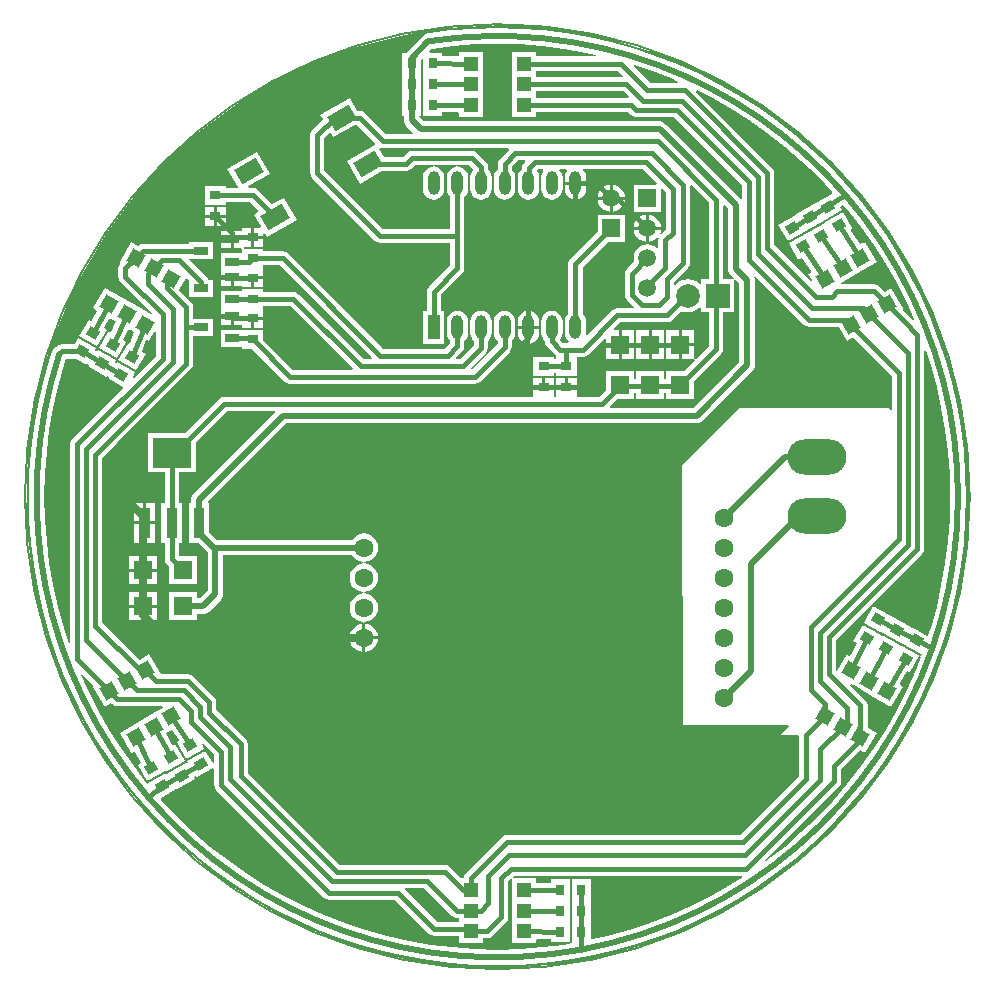
<source format=gtl>
%FSLAX25Y25*%
%MOIN*%
G70*
G01*
G75*
G04 Layer_Physical_Order=1*
G04 Layer_Color=255*
%ADD10C,0.00787*%
%ADD11C,0.02000*%
%ADD12R,0.03740X0.03150*%
%ADD13R,0.04724X0.02559*%
G04:AMPARAMS|DCode=14|XSize=31.5mil|YSize=37.4mil|CornerRadius=0mil|HoleSize=0mil|Usage=FLASHONLY|Rotation=300.000|XOffset=0mil|YOffset=0mil|HoleType=Round|Shape=Rectangle|*
%AMROTATEDRECTD14*
4,1,4,-0.02407,0.00429,0.00832,0.02299,0.02407,-0.00429,-0.00832,-0.02299,-0.02407,0.00429,0.0*
%
%ADD14ROTATEDRECTD14*%

G04:AMPARAMS|DCode=15|XSize=31.5mil|YSize=37.4mil|CornerRadius=0mil|HoleSize=0mil|Usage=FLASHONLY|Rotation=240.000|XOffset=0mil|YOffset=0mil|HoleType=Round|Shape=Rectangle|*
%AMROTATEDRECTD15*
4,1,4,-0.00832,0.02299,0.02407,0.00429,0.00832,-0.02299,-0.02407,-0.00429,-0.00832,0.02299,0.0*
%
%ADD15ROTATEDRECTD15*%

%ADD16P,0.06681X4X75.0*%
%ADD17P,0.06681X4X375.0*%
%ADD18O,0.03937X0.07874*%
%ADD19R,0.03937X0.07874*%
%ADD20R,0.06299X0.06299*%
%ADD21R,0.12992X0.10039*%
%ADD22R,0.03740X0.10039*%
G04:AMPARAMS|DCode=23|XSize=55.12mil|YSize=82.68mil|CornerRadius=0mil|HoleSize=0mil|Usage=FLASHONLY|Rotation=120.000|XOffset=0mil|YOffset=0mil|HoleType=Round|Shape=Rectangle|*
%AMROTATEDRECTD23*
4,1,4,0.04958,-0.00320,-0.02202,-0.04454,-0.04958,0.00320,0.02202,0.04454,0.04958,-0.00320,0.0*
%
%ADD23ROTATEDRECTD23*%

%ADD24R,0.06299X0.06299*%
%ADD25R,0.03150X0.03740*%
%ADD26R,0.04724X0.04724*%
%ADD27C,0.02500*%
%ADD28C,0.01500*%
%ADD29R,0.05906X0.05906*%
%ADD30C,0.05906*%
%ADD31O,0.19685X0.11811*%
%ADD32C,0.07874*%
%ADD33R,0.07874X0.07874*%
%ADD34C,0.06299*%
G36*
X33000Y850000D02*
X60500Y841500D01*
X81500Y831000D01*
X103500Y815000D01*
X118000Y800500D01*
X128500Y787000D01*
X133500Y779500D01*
X138500Y771000D01*
X146500Y754000D01*
X152000Y736500D01*
X156000Y719500D01*
X157500Y702500D01*
X156500Y681500D01*
X154000Y662500D01*
X148500Y644000D01*
X141500Y627000D01*
X133000Y611500D01*
X122500Y597000D01*
X112500Y585500D01*
X101000Y575000D01*
X82000Y561500D01*
X70000Y555000D01*
X57000Y549000D01*
X28500Y541000D01*
X500Y538500D01*
X-22000Y540000D01*
X-46500Y545500D01*
X-69500Y554500D01*
X-92500Y568500D01*
X-113500Y586500D01*
X-131000Y608500D01*
X-141000Y626500D01*
X-148000Y642000D01*
X-154500Y666000D01*
X-157000Y688000D01*
X-156500Y712000D01*
X-154000Y728500D01*
X-149000Y746000D01*
X-141500Y765000D01*
X-130500Y783500D01*
X-118500Y799500D01*
X-104500Y814000D01*
X-80500Y831500D01*
X-66500Y838500D01*
X-52500Y844500D01*
X-22500Y852000D01*
X8000Y853500D01*
X33000Y850000D01*
D02*
G37*
%LPC*%
G36*
X40500Y746193D02*
X36276D01*
Y741968D01*
X40500D01*
Y746193D01*
D02*
G37*
G36*
X-82000Y785693D02*
X-84945D01*
Y784594D01*
X-87776D01*
Y781739D01*
Y778886D01*
X-85298D01*
X-84945Y778532D01*
Y777114D01*
X-92213D01*
Y771406D01*
Y769740D01*
X-88275D01*
Y769241D01*
X-87776D01*
Y766386D01*
X-84945D01*
Y765894D01*
X-82000D01*
Y769044D01*
X-81501D01*
Y769543D01*
X-78055D01*
Y772193D01*
D01*
Y772193D01*
X-78055Y772193D01*
Y772307D01*
X-78055D01*
Y773086D01*
X-72439D01*
X-41684Y742332D01*
X-41876Y741870D01*
X-44518D01*
X-66281Y763633D01*
X-67050Y764147D01*
X-67957Y764327D01*
X-78055D01*
Y765106D01*
X-84945D01*
Y764614D01*
X-92213D01*
Y758906D01*
Y756740D01*
X-88275D01*
Y756241D01*
X-87776D01*
Y753386D01*
X-84945D01*
Y752394D01*
X-82000D01*
Y755544D01*
X-81501D01*
Y756043D01*
X-78055D01*
Y758693D01*
D01*
Y758693D01*
X-78055Y758693D01*
Y758807D01*
X-78055D01*
Y759586D01*
X-68938D01*
X-48184Y738832D01*
X-48376Y738370D01*
X-68062D01*
X-78055Y748364D01*
Y751606D01*
X-84339D01*
Y751614D01*
X-92213D01*
Y745905D01*
X-84945D01*
Y745307D01*
X-81703D01*
X-70719Y734324D01*
X-69950Y733810D01*
X-69043Y733630D01*
X-7559D01*
X-6652Y733810D01*
X-5883Y734324D01*
X4117Y744324D01*
X4631Y745093D01*
X4811Y746000D01*
X4811Y746000D01*
X4811Y746000D01*
Y746000D01*
Y747884D01*
X4968Y748004D01*
X5536Y748745D01*
X5893Y749607D01*
X6015Y750531D01*
Y754468D01*
X5893Y755394D01*
X5536Y756255D01*
X4968Y756996D01*
X4228Y757564D01*
X3366Y757921D01*
X2441Y758042D01*
X1516Y757921D01*
X654Y757564D01*
X-86Y756996D01*
X-654Y756255D01*
X-1011Y755394D01*
X-1133Y754468D01*
Y750531D01*
X-1011Y749607D01*
X-654Y748745D01*
X-86Y748004D01*
X71Y747884D01*
Y746982D01*
X-8282Y738630D01*
X-8772Y738727D01*
X-8816Y738832D01*
X-3824Y743824D01*
X-3310Y744593D01*
X-3130Y745500D01*
X-3130Y745500D01*
X-3130Y745500D01*
Y745500D01*
Y747833D01*
X-2906Y748004D01*
X-2338Y748744D01*
X-1981Y749607D01*
X-1859Y750531D01*
Y754468D01*
X-1981Y755394D01*
X-2338Y756255D01*
X-2906Y756996D01*
X-3646Y757564D01*
X-4508Y757921D01*
X-5433Y758042D01*
X-6358Y757921D01*
X-7220Y757564D01*
X-7960Y756996D01*
X-8528Y756255D01*
X-8885Y755394D01*
X-9007Y754468D01*
Y750531D01*
X-8885Y749607D01*
X-8528Y748744D01*
X-7960Y748004D01*
X-7870Y747935D01*
Y746482D01*
X-12482Y741870D01*
X-13624D01*
X-13815Y742332D01*
X-11631Y744517D01*
X-11117Y745286D01*
X-10937Y746193D01*
X-10937Y746193D01*
X-10937Y746193D01*
Y746193D01*
Y747884D01*
X-10780Y748004D01*
X-10212Y748744D01*
X-9855Y749607D01*
X-9733Y750531D01*
Y754468D01*
X-9855Y755394D01*
X-10212Y756255D01*
X-10780Y756996D01*
X-11520Y757564D01*
X-12382Y757921D01*
X-13307Y758042D01*
X-14232Y757921D01*
X-15094Y757564D01*
X-15834Y756996D01*
X-16402Y756255D01*
X-16759Y755394D01*
X-16881Y754468D01*
Y750531D01*
X-16759Y749607D01*
X-16402Y748744D01*
X-15834Y748004D01*
X-15677Y747884D01*
Y747175D01*
X-17482Y745370D01*
X-38018D01*
X-69781Y777133D01*
X-70550Y777647D01*
X-71457Y777827D01*
X-78055D01*
Y778606D01*
X-84059D01*
X-84339Y778886D01*
X-84339Y778960D01*
X-84339Y778960D01*
X-84339D01*
Y779394D01*
X-82000D01*
Y782542D01*
Y785693D01*
D02*
G37*
G36*
X50500Y746193D02*
X46276D01*
Y741968D01*
X50500D01*
Y746193D01*
D02*
G37*
G36*
X45724D02*
X41500D01*
Y741968D01*
X45724D01*
Y746193D01*
D02*
G37*
G36*
X18945Y735606D02*
X16000D01*
Y732957D01*
X18945D01*
Y735606D01*
D02*
G37*
G36*
X15000D02*
X12055D01*
Y732957D01*
X15000D01*
Y735606D01*
D02*
G37*
G36*
X26445Y735606D02*
X23500D01*
Y732957D01*
X26445D01*
Y735606D01*
D02*
G37*
G36*
X22500D02*
X19555D01*
Y732957D01*
X22500D01*
Y735606D01*
D02*
G37*
G36*
X50500Y751417D02*
X46276D01*
Y747193D01*
X50500D01*
Y751417D01*
D02*
G37*
G36*
X45724D02*
X41500D01*
Y747193D01*
X45724D01*
Y751417D01*
D02*
G37*
G36*
X60500D02*
X56276D01*
Y747193D01*
X60500D01*
Y751417D01*
D02*
G37*
G36*
X55724D02*
X51500D01*
Y747193D01*
X55724D01*
Y751417D01*
D02*
G37*
G36*
X60500Y746193D02*
X56276D01*
Y741968D01*
X60500D01*
Y746193D01*
D02*
G37*
G36*
X55724D02*
X51500D01*
Y741968D01*
X55724D01*
Y746193D01*
D02*
G37*
G36*
X13889Y752000D02*
X10815D01*
Y747023D01*
X11240Y747079D01*
X12102Y747436D01*
X12842Y748004D01*
X13410Y748745D01*
X13767Y749607D01*
X13889Y750531D01*
Y752000D01*
D02*
G37*
G36*
X9815D02*
X6741D01*
Y750531D01*
X6863Y749607D01*
X7220Y748745D01*
X7788Y748004D01*
X8528Y747436D01*
X9390Y747079D01*
X9815Y747023D01*
Y752000D01*
D02*
G37*
G36*
X-113469Y659000D02*
X-117693D01*
Y654776D01*
X-113469D01*
Y659000D01*
D02*
G37*
G36*
X-118693D02*
X-122917D01*
Y654776D01*
X-118693D01*
Y659000D01*
D02*
G37*
G36*
X-113469Y664224D02*
X-117693D01*
Y660000D01*
X-113469D01*
Y664224D01*
D02*
G37*
G36*
X-118693D02*
X-122917D01*
Y660000D01*
X-118693D01*
Y664224D01*
D02*
G37*
G36*
X-39801Y648500D02*
X-44000D01*
Y644301D01*
X-43267Y644397D01*
X-42117Y644873D01*
X-41131Y645631D01*
X-40373Y646617D01*
X-39897Y647767D01*
X-39801Y648500D01*
D02*
G37*
G36*
X-45000D02*
X-49199D01*
X-49103Y647767D01*
X-48627Y646617D01*
X-47870Y645631D01*
X-46883Y644873D01*
X-45733Y644397D01*
X-45000Y644301D01*
Y648500D01*
D02*
G37*
G36*
X-44000Y653699D02*
Y649500D01*
X-39801D01*
X-39897Y650233D01*
X-40373Y651383D01*
X-41131Y652369D01*
X-42117Y653127D01*
X-43267Y653603D01*
X-44000Y653699D01*
D02*
G37*
G36*
X-45000D02*
X-45733Y653603D01*
X-46883Y653127D01*
X-47870Y652369D01*
X-48627Y651383D01*
X-49103Y650233D01*
X-49199Y649500D01*
X-45000D01*
Y653699D01*
D02*
G37*
G36*
X-114110Y686787D02*
X-117055D01*
Y680693D01*
X-114110D01*
Y686787D01*
D02*
G37*
G36*
X-118055D02*
X-121000D01*
Y680693D01*
X-118055D01*
Y686787D01*
D02*
G37*
G36*
X-114110Y693882D02*
X-117055D01*
Y687787D01*
X-114110D01*
Y693882D01*
D02*
G37*
G36*
X-118055D02*
X-121000D01*
Y687787D01*
X-118055D01*
Y693882D01*
D02*
G37*
G36*
X-113469Y671000D02*
X-117693D01*
Y666776D01*
X-113469D01*
Y671000D01*
D02*
G37*
G36*
X-118693D02*
X-122917D01*
Y666776D01*
X-118693D01*
Y671000D01*
D02*
G37*
G36*
X-113469Y676224D02*
X-117693D01*
Y672000D01*
X-113469D01*
Y676224D01*
D02*
G37*
G36*
X-118693D02*
X-122917D01*
Y672000D01*
X-118693D01*
Y676224D01*
D02*
G37*
G36*
X-90555Y792606D02*
X-93500D01*
Y789957D01*
X-90555D01*
Y792606D01*
D02*
G37*
G36*
X37500Y795000D02*
X33499D01*
X33589Y794318D01*
X34045Y793217D01*
X34771Y792271D01*
X35717Y791545D01*
X36818Y791089D01*
X37500Y790999D01*
Y795000D01*
D02*
G37*
G36*
X42501D02*
X38500D01*
Y790999D01*
X39182Y791089D01*
X40283Y791545D01*
X41229Y792271D01*
X41955Y793217D01*
X42411Y794318D01*
X42501Y795000D01*
D02*
G37*
G36*
X-94500Y792606D02*
X-97445D01*
Y789957D01*
X-94500D01*
Y792606D01*
D02*
G37*
G36*
X50500Y790001D02*
Y786000D01*
X54501D01*
X54411Y786682D01*
X53955Y787783D01*
X53229Y788729D01*
X52283Y789455D01*
X51182Y789911D01*
X50500Y790001D01*
D02*
G37*
G36*
X-94500Y788957D02*
X-97445D01*
Y786307D01*
X-94500D01*
Y788957D01*
D02*
G37*
G36*
X-90555D02*
X-93500D01*
Y786307D01*
X-90555D01*
Y788957D01*
D02*
G37*
G36*
X38500Y800001D02*
Y796000D01*
X42501D01*
X42411Y796682D01*
X41955Y797783D01*
X41229Y798729D01*
X40283Y799455D01*
X39182Y799911D01*
X38500Y800001D01*
D02*
G37*
G36*
X-80107Y811034D02*
X-89994Y805326D01*
X-86542Y799347D01*
X-86792Y798914D01*
X-90555D01*
Y799693D01*
X-97445D01*
Y793394D01*
X-90555D01*
Y794173D01*
X-82465D01*
X-79613Y791320D01*
X-79678Y790825D01*
X-81136Y789983D01*
X-78909Y786126D01*
X-79159Y785693D01*
X-81000D01*
Y783043D01*
X-78055D01*
Y783680D01*
X-77572Y783810D01*
X-76805Y782482D01*
X-66918Y788190D01*
X-71248Y795691D01*
X-75072Y793484D01*
X-79808Y798219D01*
X-80576Y798733D01*
X-81484Y798914D01*
X-82812D01*
X-82941Y799397D01*
X-75776Y803533D01*
X-80107Y811034D01*
D02*
G37*
G36*
X0Y852165D02*
X-7663Y851977D01*
X-15307Y851413D01*
X-22914Y850475D01*
X-23335Y850402D01*
X-23335Y850402D01*
Y850402D01*
X-23366Y850361D01*
X-23616Y850328D01*
X-24243Y850068D01*
X-24781Y849656D01*
X-30380Y844057D01*
X-30465Y843945D01*
X-31693D01*
Y837055D01*
X-31693Y837055D01*
X-31693Y836945D01*
X-31693D01*
Y830055D01*
X-31693Y830055D01*
X-31693Y829945D01*
X-31693D01*
Y823055D01*
X-31140D01*
Y821543D01*
X-31140Y821543D01*
X-31140D01*
X-31052Y820871D01*
X-30792Y820245D01*
X-30380Y819707D01*
X-28005Y817332D01*
X-28196Y816870D01*
X-37018D01*
X-44167Y824019D01*
X-44936Y824533D01*
X-45843Y824713D01*
X-46635D01*
X-49080Y828948D01*
X-58968Y823239D01*
X-58106Y821747D01*
X-61676Y818176D01*
X-62190Y817407D01*
X-62370Y816500D01*
Y804000D01*
X-62370Y804000D01*
X-62370D01*
X-62190Y803093D01*
X-61676Y802324D01*
X-40676Y781324D01*
X-40676Y781324D01*
X-40676D01*
X-40676Y781324D01*
X-40676D01*
X-40676Y781324D01*
Y781324D01*
Y781324D01*
D01*
D01*
X-40676D01*
Y781324D01*
X-39907Y780810D01*
X-39000Y780630D01*
X-15677D01*
Y773175D01*
X-22857Y765995D01*
X-23371Y765226D01*
X-23551Y764319D01*
Y758012D01*
X-24724D01*
Y746988D01*
X-17638D01*
Y758012D01*
X-18811D01*
Y763337D01*
X-11631Y770517D01*
X-11117Y771286D01*
X-10937Y772193D01*
X-10937Y772193D01*
X-10937Y772193D01*
Y772193D01*
Y783000D01*
Y795916D01*
X-10780Y796036D01*
X-10212Y796776D01*
X-9855Y797638D01*
X-9733Y798563D01*
Y802500D01*
X-9855Y803425D01*
X-10212Y804287D01*
X-10780Y805027D01*
X-11520Y805595D01*
X-12382Y805952D01*
X-13307Y806074D01*
X-14232Y805952D01*
X-15094Y805595D01*
X-15834Y805027D01*
X-16402Y804287D01*
X-16759Y803425D01*
X-16881Y802500D01*
Y798563D01*
X-16759Y797638D01*
X-16402Y796776D01*
X-15834Y796036D01*
X-15677Y795916D01*
Y785370D01*
X-38018D01*
X-57630Y804982D01*
Y815518D01*
X-55942Y817206D01*
X-55446Y817140D01*
X-54637Y815738D01*
X-47302Y819973D01*
X-46825D01*
X-40661Y813809D01*
X-40727Y813313D01*
X-50109Y807896D01*
X-45779Y800395D01*
X-38444Y804630D01*
X-30500D01*
X-29593Y804810D01*
X-28824Y805324D01*
X-27518Y806630D01*
X-9482D01*
X-7955Y805103D01*
X-7960Y805027D01*
X-8528Y804287D01*
X-8885Y803425D01*
X-9007Y802500D01*
Y798563D01*
X-8885Y797638D01*
X-8528Y796776D01*
X-7960Y796036D01*
X-7220Y795468D01*
X-6358Y795111D01*
X-5433Y794989D01*
X-4508Y795111D01*
X-3646Y795468D01*
X-2906Y796036D01*
X-2338Y796776D01*
X-1981Y797638D01*
X-1859Y798563D01*
Y802500D01*
X-1981Y803425D01*
X-2338Y804287D01*
X-2906Y805027D01*
X-3063Y805147D01*
Y805933D01*
X-3243Y806840D01*
X-3757Y807609D01*
X-6824Y810676D01*
X-7593Y811190D01*
X-8500Y811370D01*
X-28500D01*
X-29407Y811190D01*
X-30176Y810676D01*
X-31482Y809370D01*
X-37777D01*
X-39280Y811973D01*
X-38915Y812315D01*
X-38907Y812310D01*
X-38000Y812130D01*
X3624D01*
X3816Y811668D01*
X765Y808617D01*
X251Y807848D01*
X71Y806941D01*
Y805147D01*
X-86Y805027D01*
X-654Y804287D01*
X-1011Y803425D01*
X-1133Y802500D01*
Y798563D01*
X-1011Y797638D01*
X-654Y796776D01*
X-86Y796036D01*
X654Y795468D01*
X1516Y795111D01*
X2441Y794989D01*
X3366Y795111D01*
X4228Y795468D01*
X4968Y796036D01*
X5536Y796776D01*
X5893Y797638D01*
X6015Y798563D01*
Y802500D01*
X5893Y803425D01*
X5536Y804287D01*
X4968Y805027D01*
X4811Y805147D01*
Y805959D01*
X6982Y808130D01*
X9124D01*
X9315Y807668D01*
X8824Y807176D01*
X8310Y806407D01*
X8130Y805500D01*
Y805289D01*
X7788Y805027D01*
X7220Y804287D01*
X6863Y803425D01*
X6741Y802500D01*
Y798563D01*
X6863Y797638D01*
X7220Y796776D01*
X7788Y796036D01*
X8528Y795468D01*
X9390Y795111D01*
X10315Y794989D01*
X11240Y795111D01*
X12102Y795468D01*
X12842Y796036D01*
X13410Y796776D01*
X13767Y797638D01*
X13889Y798563D01*
Y802500D01*
X13767Y803425D01*
X13410Y804287D01*
X13075Y804723D01*
X13482Y805130D01*
X15175D01*
X15396Y804681D01*
X15094Y804287D01*
X14737Y803425D01*
X14615Y802500D01*
Y798563D01*
X14737Y797638D01*
X15094Y796776D01*
X15662Y796036D01*
X16402Y795468D01*
X17264Y795111D01*
X18189Y794989D01*
X19114Y795111D01*
X19976Y795468D01*
X20716Y796036D01*
X21284Y796776D01*
X21641Y797638D01*
X21763Y798563D01*
Y802500D01*
X21641Y803425D01*
X21284Y804287D01*
X20716Y805027D01*
X20751Y805130D01*
X23049D01*
X23270Y804681D01*
X22968Y804287D01*
X22611Y803425D01*
X22489Y802500D01*
Y801031D01*
X29637D01*
Y802500D01*
X29515Y803425D01*
X29158Y804287D01*
X28590Y805027D01*
X28625Y805130D01*
X48518D01*
X53158Y800490D01*
X52967Y800027D01*
X45472D01*
Y790973D01*
X54527D01*
Y798467D01*
X54989Y798658D01*
X56130Y797518D01*
Y784982D01*
X54571Y783423D01*
X54155Y783701D01*
X54411Y784318D01*
X54501Y785000D01*
X50500D01*
Y780999D01*
X51182Y781089D01*
X52283Y781545D01*
X53229Y782271D01*
X53307Y782372D01*
X53762Y782166D01*
X53630Y781500D01*
Y778987D01*
X53181Y778766D01*
X52283Y779455D01*
X51182Y779911D01*
X50000Y780067D01*
X48818Y779911D01*
X47717Y779455D01*
X46771Y778729D01*
X46045Y777783D01*
X45589Y776682D01*
X45433Y775500D01*
X45575Y774427D01*
X43121Y771973D01*
X42607Y771204D01*
X42427Y770297D01*
Y763345D01*
X42427Y763345D01*
X42427D01*
X42607Y762438D01*
X43121Y761669D01*
X45458Y759332D01*
X45266Y758870D01*
X40000D01*
X39093Y758690D01*
X38324Y758176D01*
X30029Y749881D01*
X29580Y750102D01*
X29637Y750531D01*
Y754468D01*
X29515Y755394D01*
X29158Y756255D01*
X28590Y756996D01*
X28433Y757116D01*
Y772581D01*
X36825Y780972D01*
X42528D01*
Y790028D01*
X33472D01*
Y784325D01*
X24387Y775239D01*
X23873Y774470D01*
X23693Y773563D01*
Y757116D01*
X23536Y756996D01*
X22968Y756255D01*
X22611Y755394D01*
X22489Y754468D01*
Y750531D01*
X22611Y749607D01*
X22968Y748744D01*
X23536Y748004D01*
X23745Y747844D01*
X23584Y747370D01*
X21982D01*
X20990Y748362D01*
X21284Y748744D01*
X21641Y749607D01*
X21763Y750531D01*
Y754468D01*
X21641Y755394D01*
X21284Y756255D01*
X20716Y756996D01*
X19976Y757564D01*
X19114Y757921D01*
X18189Y758042D01*
X17264Y757921D01*
X16402Y757564D01*
X15662Y756996D01*
X15094Y756255D01*
X14737Y755394D01*
X14615Y754468D01*
Y750531D01*
X14737Y749607D01*
X15094Y748744D01*
X15662Y748004D01*
X15819Y747884D01*
X15819Y747884D01*
X15819Y747811D01*
X15819Y747811D01*
X15819D01*
X15999Y746904D01*
X16513Y746135D01*
X19324Y743324D01*
X19555Y743169D01*
X19555Y742693D01*
X19555D01*
Y741914D01*
X18945D01*
Y742693D01*
X12055D01*
Y736394D01*
X18945D01*
Y737173D01*
X19555D01*
Y736394D01*
X26445D01*
Y742630D01*
X28500D01*
X29407Y742810D01*
X30176Y743324D01*
X35814Y748961D01*
X36276Y748770D01*
Y747193D01*
X40500D01*
Y751417D01*
X38923D01*
X38731Y751879D01*
X40982Y754130D01*
X56500D01*
X57407Y754310D01*
X58176Y754824D01*
X61298Y757946D01*
X62061Y757630D01*
X63500Y757441D01*
X64939Y757630D01*
X66280Y758185D01*
X67431Y759069D01*
X67515Y759178D01*
X67988Y759017D01*
Y757488D01*
X70630D01*
Y746289D01*
X66186Y741846D01*
X66031Y741910D01*
X65724Y742037D01*
X65724D01*
D01*
D01*
Y746193D01*
X61500D01*
Y741968D01*
X65635D01*
X65658Y741964D01*
X65791Y741642D01*
X65847Y741507D01*
X62372Y738031D01*
X56276D01*
Y735370D01*
X55724D01*
Y738031D01*
X46276D01*
Y735370D01*
X45724D01*
Y738031D01*
X36276D01*
Y731628D01*
X34018Y729370D01*
X26445D01*
Y731957D01*
X19555D01*
Y729370D01*
X18945D01*
Y731957D01*
X12055D01*
Y729370D01*
X-91000D01*
X-91907Y729190D01*
X-92676Y728676D01*
X-104045Y717307D01*
X-116571D01*
Y704118D01*
X-110870D01*
Y693882D01*
X-111945D01*
Y680693D01*
X-110870D01*
Y675193D01*
X-110870Y675193D01*
X-110870D01*
X-110690Y674286D01*
X-110176Y673517D01*
X-109531Y672872D01*
Y666776D01*
X-100083D01*
Y676224D01*
X-106130D01*
Y680693D01*
X-105055D01*
Y693882D01*
X-106130D01*
Y704118D01*
X-100429D01*
Y714219D01*
X-90018Y724630D01*
X-74196D01*
X-74005Y724168D01*
X-101281Y696891D01*
X-101694Y696354D01*
X-101953Y695727D01*
X-102042Y695055D01*
Y693882D01*
X-102890D01*
Y680693D01*
X-99866D01*
X-96597Y677424D01*
Y664576D01*
X-99076Y662097D01*
X-100083D01*
Y664224D01*
X-109531D01*
Y654776D01*
X-100083D01*
Y656903D01*
X-98000D01*
X-97328Y656991D01*
X-96702Y657251D01*
X-96164Y657664D01*
X-92164Y661664D01*
X-91751Y662201D01*
X-91492Y662828D01*
X-91403Y663500D01*
Y676403D01*
X-48462D01*
X-47870Y675631D01*
X-46883Y674873D01*
X-45733Y674397D01*
X-44615Y674250D01*
Y673750D01*
X-45733Y673603D01*
X-46883Y673127D01*
X-47870Y672369D01*
X-48627Y671383D01*
X-49103Y670233D01*
X-49265Y669000D01*
X-49103Y667767D01*
X-48627Y666617D01*
X-47870Y665630D01*
X-46883Y664873D01*
X-45733Y664397D01*
X-44615Y664250D01*
Y663750D01*
X-45733Y663603D01*
X-46883Y663127D01*
X-47870Y662369D01*
X-48627Y661383D01*
X-49103Y660233D01*
X-49265Y659000D01*
X-49103Y657767D01*
X-48627Y656617D01*
X-47870Y655630D01*
X-46883Y654873D01*
X-45733Y654397D01*
X-44615Y654250D01*
Y653750D01*
X-44500Y653765D01*
X-44385Y653750D01*
Y654250D01*
X-43267Y654397D01*
X-42117Y654873D01*
X-41131Y655630D01*
X-40373Y656617D01*
X-39897Y657767D01*
X-39735Y659000D01*
X-39897Y660233D01*
X-40373Y661383D01*
X-41131Y662369D01*
X-42117Y663127D01*
X-43267Y663603D01*
X-44385Y663750D01*
Y664250D01*
X-43267Y664397D01*
X-42117Y664873D01*
X-41131Y665630D01*
X-40373Y666617D01*
X-39897Y667767D01*
X-39735Y669000D01*
X-39897Y670233D01*
X-40373Y671383D01*
X-41131Y672369D01*
X-42117Y673127D01*
X-43267Y673603D01*
X-44385Y673750D01*
Y674250D01*
X-43267Y674397D01*
X-42117Y674873D01*
X-41131Y675631D01*
X-40373Y676617D01*
X-39897Y677767D01*
X-39735Y679000D01*
X-39897Y680233D01*
X-40373Y681383D01*
X-41131Y682370D01*
X-42117Y683127D01*
X-43267Y683603D01*
X-44500Y683765D01*
X-45733Y683603D01*
X-46883Y683127D01*
X-47870Y682370D01*
X-48462Y681597D01*
X-93424D01*
X-96000Y684173D01*
Y693882D01*
X-96292D01*
X-96483Y694344D01*
X-70424Y720403D01*
X66500D01*
X67172Y720492D01*
X67799Y720751D01*
X68336Y721164D01*
X85086Y737914D01*
X85499Y738451D01*
X85759Y739078D01*
X85847Y739750D01*
X85847Y739750D01*
X85847Y739750D01*
Y739750D01*
Y768250D01*
X85759Y768922D01*
X85565Y769389D01*
X85981Y769667D01*
X102324Y753324D01*
X103093Y752810D01*
X104000Y752630D01*
X113852D01*
X116521Y748006D01*
X118719Y749275D01*
X131630Y736364D01*
Y725165D01*
X131168Y724973D01*
X130641Y725500D01*
X80500D01*
X61500Y706500D01*
X62000Y620000D01*
X96902D01*
X97111Y619546D01*
X94500Y616500D01*
X100258D01*
X100258Y616500D01*
Y616500D01*
X100630Y616192D01*
Y602982D01*
X81018Y583370D01*
X3142D01*
X2235Y583190D01*
X1466Y582676D01*
X-10534Y570676D01*
X-11048Y569907D01*
X-11229Y569000D01*
Y568827D01*
X-11975D01*
X-15824Y572676D01*
X-16593Y573190D01*
X-17500Y573370D01*
X-52518D01*
X-83130Y603982D01*
Y613500D01*
X-83310Y614407D01*
X-83824Y615176D01*
X-93630Y624982D01*
Y627500D01*
X-93810Y628407D01*
X-94324Y629176D01*
X-101324Y636176D01*
X-102093Y636690D01*
X-103000Y636870D01*
X-112197D01*
X-116021Y643494D01*
X-119268Y641620D01*
X-131630Y653982D01*
Y709018D01*
X-102074Y738574D01*
X-101560Y739343D01*
X-101380Y740250D01*
X-101380Y740250D01*
X-101380Y740250D01*
Y740250D01*
Y749646D01*
X-94787D01*
Y755354D01*
X-101380D01*
Y759250D01*
X-101560Y760157D01*
X-102074Y760926D01*
X-106187Y765039D01*
X-103905Y768992D01*
X-103409Y769057D01*
X-102661Y768309D01*
Y762646D01*
X-94787D01*
Y768354D01*
X-96479D01*
X-96535Y768632D01*
X-97048Y769401D01*
X-102691Y775043D01*
X-102691Y775116D01*
X-102661Y775146D01*
X-102523Y775146D01*
X-102523Y775146D01*
Y775146D01*
X-94787D01*
Y780854D01*
X-102661D01*
Y780370D01*
X-118154D01*
X-119061Y780190D01*
X-119767Y779718D01*
X-121979Y780994D01*
X-125916Y774175D01*
X-125893Y774162D01*
X-125779Y773675D01*
X-126190Y773061D01*
X-126370Y772154D01*
Y769327D01*
X-126370Y769327D01*
X-126370D01*
X-126190Y768420D01*
X-125676Y767651D01*
X-115250Y757225D01*
X-115554Y756828D01*
X-118903Y758762D01*
X-118903Y758762D01*
X-118904D01*
X-124870Y762207D01*
D01*
X-130837Y765651D01*
X-134774Y758832D01*
X-133345Y758008D01*
X-135092Y754828D01*
X-135574Y754694D01*
X-136137Y755019D01*
X-139286Y749563D01*
X-133320Y746118D01*
X-130170Y751574D01*
X-131158Y752144D01*
X-129411Y755324D01*
X-128929Y755458D01*
X-127955Y754895D01*
D01*
X-127164Y754439D01*
X-128793Y750957D01*
X-129270Y750807D01*
X-129637Y751019D01*
X-132787Y745563D01*
X-126820Y742119D01*
X-123670Y747574D01*
X-124829Y748243D01*
X-123200Y751725D01*
X-122723Y751875D01*
X-121988Y751450D01*
X-121988Y751450D01*
X-121988Y751450D01*
D01*
X-120998Y750879D01*
X-122495Y747085D01*
X-122967Y746920D01*
X-123137Y747019D01*
X-126286Y741563D01*
X-120320Y738119D01*
X-117170Y743574D01*
X-118484Y744333D01*
X-116988Y748126D01*
X-116516Y748291D01*
X-116021Y748006D01*
X-114353Y750895D01*
X-113870Y750765D01*
Y742982D01*
X-121132Y735720D01*
X-121529Y736024D01*
X-120713Y737437D01*
X-126680Y740881D01*
X-126842Y740602D01*
X-127219Y740506D01*
X-127520Y740905D01*
X-127214Y741437D01*
X-133180Y744881D01*
X-133342Y744602D01*
X-133719Y744506D01*
X-134020Y744905D01*
X-133713Y745437D01*
X-139680Y748881D01*
X-140881Y746802D01*
X-145182D01*
X-146089Y746621D01*
X-146858Y746107D01*
X-146927Y746038D01*
X-147261Y745900D01*
X-147799Y745487D01*
X-148211Y744949D01*
X-148417Y744452D01*
X-148417Y744452D01*
X-148413Y744444D01*
X-149441Y741332D01*
X-151485Y733945D01*
X-153165Y726466D01*
X-154475Y718914D01*
X-155413Y711307D01*
X-155977Y703663D01*
X-156165Y696000D01*
X-155977Y688337D01*
X-155413Y680693D01*
X-154475Y673086D01*
X-153165Y665534D01*
X-151485Y658055D01*
X-149441Y650668D01*
X-147036Y643390D01*
X-144278Y636238D01*
X-141172Y629231D01*
X-137725Y622384D01*
X-133947Y615715D01*
X-129847Y609239D01*
X-125433Y602973D01*
X-120717Y596930D01*
X-118292Y594118D01*
X-118248Y594062D01*
X-118249Y594062D01*
X-118132Y593909D01*
X-118072Y593864D01*
X-115711Y591126D01*
X-110425Y585575D01*
X-104874Y580289D01*
X-99070Y575283D01*
X-93028Y570567D01*
X-86761Y566153D01*
X-80285Y562053D01*
X-73616Y558275D01*
X-66769Y554828D01*
X-59762Y551722D01*
X-52610Y548964D01*
X-45332Y546559D01*
X-37945Y544515D01*
X-30466Y542836D01*
X-22914Y541525D01*
X-15307Y540587D01*
X-7663Y540023D01*
X0Y539835D01*
X7663Y540023D01*
X15307Y540587D01*
X22914Y541525D01*
X28466Y542488D01*
Y542488D01*
D01*
D01*
Y542488D01*
X28466D01*
X28466D01*
X28466Y542488D01*
Y542488D01*
D01*
X28630Y542517D01*
X28666Y542522D01*
X28673Y542524D01*
X30466Y542836D01*
X37945Y544515D01*
X45332Y546559D01*
X52610Y548964D01*
X59762Y551722D01*
X66769Y554828D01*
X73616Y558275D01*
X80285Y562053D01*
X86761Y566153D01*
X93028Y570567D01*
X99070Y575283D01*
X104874Y580289D01*
X110425Y585575D01*
X115711Y591126D01*
X120717Y596930D01*
X125433Y602973D01*
X129847Y609239D01*
X133947Y615715D01*
X137725Y622384D01*
X141172Y629231D01*
X144278Y636238D01*
X147036Y643390D01*
X147504Y644804D01*
X147504D01*
X147504D01*
X147504D01*
Y644804D01*
D01*
X147504Y644804D01*
D01*
D01*
D01*
X147504Y644804D01*
D01*
D01*
D01*
X147504D01*
X147560Y644974D01*
X147563Y644982D01*
X147564Y644985D01*
X149441Y650668D01*
X151485Y658055D01*
X153165Y665534D01*
X154475Y673086D01*
X155413Y680693D01*
X155977Y688337D01*
X156165Y696000D01*
X155977Y703663D01*
X155413Y711307D01*
X154475Y718914D01*
X153165Y726466D01*
X151485Y733945D01*
X149441Y741332D01*
X147036Y748610D01*
X144278Y755762D01*
X141172Y762769D01*
X137725Y769616D01*
X133947Y776285D01*
X129847Y782761D01*
X125433Y789028D01*
X120717Y795070D01*
X118042Y798172D01*
X117997Y798230D01*
X117997D01*
X117884Y798378D01*
X117826Y798422D01*
X115711Y800874D01*
X110425Y806425D01*
X104874Y811711D01*
X99070Y816717D01*
X93028Y821433D01*
X86761Y825847D01*
X80285Y829947D01*
X73616Y833725D01*
X66769Y837172D01*
X59762Y840278D01*
X52610Y843036D01*
X45332Y845441D01*
X37945Y847485D01*
X30466Y849164D01*
X22914Y850475D01*
X15307Y851413D01*
X7663Y851977D01*
X0Y852165D01*
D02*
G37*
G36*
X37500Y800001D02*
X36818Y799911D01*
X35717Y799455D01*
X34771Y798729D01*
X34045Y797783D01*
X33589Y796682D01*
X33499Y796000D01*
X37500D01*
Y800001D01*
D02*
G37*
G36*
X-21181Y806074D02*
X-22106Y805952D01*
X-22968Y805595D01*
X-23708Y805027D01*
X-24276Y804287D01*
X-24633Y803425D01*
X-24755Y802500D01*
Y798563D01*
X-24633Y797638D01*
X-24276Y796776D01*
X-23708Y796036D01*
X-22968Y795468D01*
X-22106Y795111D01*
X-21181Y794989D01*
X-20256Y795111D01*
X-19394Y795468D01*
X-18654Y796036D01*
X-18086Y796776D01*
X-17729Y797638D01*
X-17607Y798563D01*
Y802500D01*
X-17729Y803425D01*
X-18086Y804287D01*
X-18654Y805027D01*
X-19394Y805595D01*
X-20256Y805952D01*
X-21181Y806074D01*
D02*
G37*
G36*
X25563Y800031D02*
X22489D01*
Y798563D01*
X22611Y797638D01*
X22968Y796776D01*
X23536Y796036D01*
X24276Y795468D01*
X25138Y795111D01*
X25563Y795055D01*
Y800031D01*
D02*
G37*
G36*
X29637D02*
X26563D01*
Y795055D01*
X26988Y795111D01*
X27850Y795468D01*
X28590Y796036D01*
X29158Y796776D01*
X29515Y797638D01*
X29637Y798563D01*
Y800031D01*
D02*
G37*
G36*
X49500Y790001D02*
X48818Y789911D01*
X47717Y789455D01*
X46771Y788729D01*
X46045Y787783D01*
X45589Y786682D01*
X45499Y786000D01*
X49500D01*
Y790001D01*
D02*
G37*
G36*
X-88776Y755740D02*
X-92213D01*
Y753386D01*
X-88776D01*
Y755740D01*
D02*
G37*
G36*
X-78055Y768543D02*
X-81000D01*
Y765894D01*
X-78055D01*
Y768543D01*
D02*
G37*
G36*
X-88776Y768740D02*
X-92213D01*
Y766386D01*
X-88776D01*
Y768740D01*
D02*
G37*
G36*
X-78055Y755043D02*
X-81000D01*
Y752394D01*
X-78055D01*
Y755043D01*
D02*
G37*
G36*
X9815Y757977D02*
X9390Y757921D01*
X8528Y757564D01*
X7788Y756996D01*
X7220Y756255D01*
X6863Y755394D01*
X6741Y754468D01*
Y753000D01*
X9815D01*
Y757977D01*
D02*
G37*
G36*
X10815D02*
Y753000D01*
X13889D01*
Y754468D01*
X13767Y755394D01*
X13410Y756255D01*
X12842Y756996D01*
X12102Y757564D01*
X11240Y757921D01*
X10815Y757977D01*
D02*
G37*
G36*
X-78055Y782043D02*
X-81000D01*
Y779394D01*
X-78055D01*
Y782043D01*
D02*
G37*
G36*
X49500Y785000D02*
X45499D01*
X45589Y784318D01*
X46045Y783217D01*
X46771Y782271D01*
X47717Y781545D01*
X48818Y781089D01*
X49500Y780999D01*
Y785000D01*
D02*
G37*
G36*
X-88776Y784594D02*
X-92213D01*
Y782240D01*
X-88776D01*
Y784594D01*
D02*
G37*
G36*
Y781240D02*
X-92213D01*
Y778886D01*
X-88776D01*
Y781240D01*
D02*
G37*
G36*
X65724Y751417D02*
X61500D01*
Y747193D01*
X65724D01*
Y751417D01*
D02*
G37*
%LPD*%
G36*
X141141Y642553D02*
X139472Y638229D01*
X136470Y631455D01*
X133138Y624836D01*
X129486Y618389D01*
X125522Y612129D01*
X121255Y606071D01*
X116697Y600230D01*
X111857Y594619D01*
X106748Y589252D01*
X101381Y584143D01*
X95771Y579303D01*
X89929Y574745D01*
X89497Y574440D01*
X89175Y574823D01*
X113926Y599574D01*
X114440Y600343D01*
X114620Y601250D01*
X114620Y601250D01*
X114620Y601250D01*
Y601250D01*
Y605268D01*
X120817Y611465D01*
X122479Y610506D01*
X126416Y617325D01*
X123408Y619061D01*
Y626462D01*
X123228Y627369D01*
X122714Y628138D01*
X117707Y633146D01*
X118011Y633542D01*
X119403Y632738D01*
X119403Y632738D01*
X119404Y632738D01*
D01*
X125370Y629293D01*
D01*
X131337Y625849D01*
X135274Y632668D01*
X134261Y633252D01*
X134134Y633736D01*
X136678Y638035D01*
X137637Y637481D01*
X140690Y642769D01*
X141141Y642553D01*
D02*
G37*
G36*
X7407Y846782D02*
X14797Y846237D01*
X22151Y845330D01*
X29452Y844063D01*
X33042Y843257D01*
X32987Y842760D01*
X12795D01*
Y844327D01*
X4921D01*
Y836453D01*
Y829563D01*
Y822673D01*
X12795D01*
Y824240D01*
X43518D01*
X44434Y823324D01*
X45203Y822810D01*
X46110Y822630D01*
X59018D01*
X81630Y800018D01*
Y795293D01*
X81168Y795101D01*
X55933Y820336D01*
X55395Y820749D01*
X54768Y821008D01*
X54096Y821097D01*
X-24424D01*
X-25946Y822619D01*
Y823055D01*
X-25394D01*
Y829945D01*
D01*
Y829945D01*
X-25394Y829945D01*
Y830055D01*
X-25394D01*
Y836945D01*
D01*
Y836945D01*
X-25394Y836945D01*
Y837055D01*
X-25394D01*
Y841697D01*
X-25068Y842023D01*
X-24606Y841831D01*
Y837055D01*
X-24606Y837055D01*
X-24606Y836945D01*
X-24606D01*
Y830055D01*
X-24606Y830055D01*
X-24606Y829945D01*
X-24606D01*
Y823055D01*
X-18307D01*
Y824157D01*
X-13150Y824202D01*
X-12795Y823850D01*
Y822673D01*
X-4921D01*
Y829563D01*
Y836453D01*
Y844327D01*
X-12795D01*
Y843150D01*
X-13150Y842798D01*
X-18307Y842843D01*
Y843945D01*
X-22493D01*
X-22684Y844407D01*
X-21706Y845385D01*
X-14797Y846237D01*
X-7407Y846782D01*
X0Y846964D01*
X7407Y846782D01*
D02*
G37*
G36*
X41816Y836332D02*
X41624Y835870D01*
X12795D01*
Y836453D01*
Y838019D01*
X40128D01*
X41816Y836332D01*
D02*
G37*
G36*
X-94370Y605311D02*
Y600000D01*
X-94370Y600000D01*
X-94370D01*
X-94190Y599093D01*
X-93676Y598324D01*
X-57676Y562324D01*
X-56907Y561810D01*
X-56000Y561630D01*
X-33982D01*
X-22676Y550324D01*
X-21907Y549810D01*
X-21000Y549630D01*
X-12795D01*
Y547173D01*
X-4921D01*
Y548740D01*
X-3390D01*
X-2483Y548920D01*
X-1714Y549434D01*
X2926Y554074D01*
X3440Y554843D01*
X3620Y555750D01*
Y567768D01*
X4459Y568607D01*
X4921Y568416D01*
Y560953D01*
Y554063D01*
Y547173D01*
X12795D01*
Y548349D01*
X13150Y548701D01*
X17807Y548658D01*
Y547555D01*
X24106D01*
Y554445D01*
D01*
Y554445D01*
X24106Y554445D01*
Y554555D01*
X24106D01*
Y561445D01*
D01*
Y561445D01*
X24106Y561445D01*
Y561555D01*
X24106D01*
Y568445D01*
X17807D01*
Y567342D01*
X13150Y567299D01*
X12795Y567651D01*
Y568827D01*
X5332D01*
X5141Y569289D01*
X5482Y569630D01*
X81634D01*
X81773Y569149D01*
X77611Y566514D01*
X71164Y562862D01*
X64545Y559530D01*
X57771Y556528D01*
X50858Y553861D01*
X43823Y551537D01*
X36681Y549560D01*
X31583Y548415D01*
X31193Y548728D01*
Y554445D01*
D01*
Y554445D01*
X31193Y554445D01*
Y554555D01*
X31193D01*
Y561445D01*
D01*
Y561445D01*
X31193Y561445D01*
Y561555D01*
X31193D01*
Y568445D01*
X24894D01*
Y561555D01*
X24894Y561555D01*
X24894Y561445D01*
X24894D01*
Y554555D01*
X24894Y554555D01*
X24894Y554445D01*
X24894D01*
Y547555D01*
X24894D01*
Y547146D01*
X22151Y546670D01*
X14797Y545763D01*
X7407Y545218D01*
X0Y545036D01*
X-7407Y545218D01*
X-14797Y545763D01*
X-22151Y546670D01*
X-29452Y547937D01*
X-36681Y549560D01*
X-43823Y551537D01*
X-50858Y553861D01*
X-57771Y556528D01*
X-64545Y559530D01*
X-71164Y562862D01*
X-77611Y566514D01*
X-83871Y570478D01*
X-89929Y574745D01*
X-95771Y579303D01*
X-101381Y584143D01*
X-106748Y589252D01*
X-111857Y594619D01*
X-112235Y595057D01*
X-112152Y595550D01*
X-107170Y598426D01*
X-107170Y598426D01*
Y598426D01*
X-106746Y598671D01*
X-106637Y598481D01*
X-100670Y601926D01*
X-100991Y602481D01*
X-100889Y602860D01*
X-100393Y602926D01*
X-100137Y602481D01*
X-94803Y605561D01*
X-94370Y605311D01*
D02*
G37*
G36*
X-134694Y633172D02*
X-134759Y632676D01*
X-134774Y632668D01*
X-130837Y625849D01*
X-128639Y627117D01*
X-128345Y626824D01*
X-127576Y626310D01*
X-126669Y626130D01*
X-111631D01*
X-111502Y625647D01*
X-113982Y624215D01*
D01*
X-119097Y621262D01*
D01*
X-125916Y617325D01*
X-121979Y610506D01*
X-121115Y611004D01*
X-120635Y610862D01*
X-118761Y607191D01*
X-119830Y606574D01*
X-116680Y601119D01*
X-110714Y604563D01*
X-110714Y604563D01*
X-110479Y604699D01*
X-110180Y604619D01*
X-110180Y604619D01*
X-104214Y608063D01*
X-107363Y613519D01*
X-107961Y613173D01*
X-108443Y613305D01*
X-110581Y617086D01*
X-109193Y617887D01*
D01*
X-108505Y618284D01*
X-106250Y614828D01*
X-106366Y614341D01*
X-106830Y614074D01*
X-103680Y608618D01*
X-97714Y612063D01*
X-98529Y613476D01*
X-98132Y613780D01*
X-94370Y610018D01*
Y607239D01*
X-94853Y607109D01*
X-97320Y611381D01*
X-103287Y607937D01*
X-103074Y607569D01*
X-103176Y607190D01*
X-103672Y607125D01*
X-103820Y607381D01*
X-109786Y603937D01*
X-109786Y603937D01*
Y603937D01*
X-110210Y603692D01*
X-110320Y603882D01*
X-116287Y600437D01*
X-116287Y600437D01*
Y600437D01*
X-116680Y600210D01*
X-116697Y600230D01*
X-121255Y606071D01*
X-125522Y612129D01*
X-129486Y618389D01*
X-133138Y624836D01*
X-136470Y631455D01*
X-138698Y636482D01*
X-138286Y636764D01*
X-134694Y633172D01*
D02*
G37*
G36*
X-15176Y556324D02*
X-14407Y555810D01*
X-13500Y555630D01*
X-12795D01*
Y555047D01*
Y554370D01*
X-20018D01*
X-30816Y565168D01*
X-30624Y565630D01*
X-24482D01*
X-15176Y556324D01*
D02*
G37*
G36*
X-136863Y739981D02*
X-136702Y740261D01*
X-136325Y740356D01*
X-136023Y739958D01*
X-136330Y739426D01*
X-130363Y735981D01*
X-130202Y736261D01*
X-129825Y736356D01*
X-129523Y735958D01*
X-129830Y735426D01*
X-124858Y732555D01*
X-124792Y732060D01*
X-141676Y715176D01*
X-142190Y714407D01*
X-142370Y713500D01*
Y647415D01*
X-142864Y647336D01*
X-144464Y652177D01*
X-146440Y659319D01*
X-148063Y666548D01*
X-149330Y673849D01*
X-150237Y681203D01*
X-150782Y688593D01*
X-150964Y696000D01*
X-150782Y703407D01*
X-150237Y710797D01*
X-149330Y718151D01*
X-148063Y725452D01*
X-146440Y732681D01*
X-144464Y739822D01*
X-143724Y742061D01*
X-140465D01*
X-136863Y739981D01*
D02*
G37*
G36*
X80653Y767174D02*
Y740826D01*
X65424Y725597D01*
X37602D01*
X37411Y726059D01*
X39935Y728583D01*
X45724D01*
Y730630D01*
X46276D01*
Y728583D01*
X55724D01*
Y730630D01*
X56276D01*
Y728583D01*
X65724D01*
Y734679D01*
X74676Y743631D01*
X74676Y743631D01*
X74676Y743631D01*
X75190Y744400D01*
X75370Y745307D01*
Y757488D01*
X79012D01*
Y768162D01*
X79474Y768354D01*
X80653Y767174D01*
D02*
G37*
G36*
X70630Y794018D02*
Y768512D01*
X67988D01*
Y766983D01*
X67515Y766822D01*
X67431Y766931D01*
X66280Y767815D01*
X64939Y768370D01*
X63500Y768559D01*
X62061Y768370D01*
X60720Y767815D01*
X59569Y766931D01*
X59344Y766638D01*
X58870Y766798D01*
Y767518D01*
X63676Y772324D01*
X64190Y773093D01*
X64370Y774000D01*
Y799624D01*
X64832Y799816D01*
X70630Y794018D01*
D02*
G37*
G36*
X76903Y792021D02*
Y772000D01*
X76991Y771328D01*
X77251Y770702D01*
X77664Y770164D01*
X78853Y768974D01*
X78662Y768512D01*
X75370D01*
Y792900D01*
X75832Y793091D01*
X76903Y792021D01*
D02*
G37*
G36*
X71164Y829138D02*
X77611Y825486D01*
X83871Y821522D01*
X89929Y817255D01*
X95771Y812697D01*
X101381Y807857D01*
X106748Y802748D01*
X111697Y797549D01*
X111674Y797080D01*
X111637Y797019D01*
D01*
X111637D01*
D01*
D01*
Y797019D01*
D01*
Y797019D01*
D01*
D01*
D01*
D01*
Y797019D01*
X105670Y793574D01*
X105686Y793547D01*
X105637Y793519D01*
Y793519D01*
X105637Y793519D01*
X99670Y790074D01*
X99686Y790047D01*
X99637Y790019D01*
Y790019D01*
X99637Y790019D01*
X93670Y786574D01*
X96820Y781118D01*
X102787Y784563D01*
Y784563D01*
X102771Y784590D01*
X102820Y784619D01*
X103077Y784767D01*
X103077Y784767D01*
Y784767D01*
X108786Y788063D01*
Y788063D01*
X108771Y788090D01*
X108820Y788119D01*
X109077Y788267D01*
X109077Y788267D01*
Y788267D01*
X114787Y791563D01*
X114183Y792609D01*
X115352Y793329D01*
X116697Y791771D01*
X121255Y785929D01*
X125522Y779871D01*
X129486Y773611D01*
X133138Y767164D01*
X136470Y760545D01*
X138833Y755215D01*
X138421Y754932D01*
X137517Y755835D01*
X137176Y756345D01*
X135194Y758328D01*
X135259Y758824D01*
X135274Y758832D01*
X131337Y765651D01*
X129139Y764383D01*
X127345Y766176D01*
X126576Y766690D01*
X125669Y766870D01*
X114729D01*
X114600Y767353D01*
X119597Y770238D01*
D01*
X126416Y774175D01*
X122479Y780994D01*
X120895Y780080D01*
X117794Y784695D01*
X117907Y785182D01*
X118330Y785426D01*
X115180Y790881D01*
X109213Y787437D01*
X109229Y787410D01*
X109180Y787382D01*
Y787382D01*
X109180Y787382D01*
X103214Y783937D01*
X103229Y783910D01*
X103180Y783882D01*
Y783882D01*
X103180Y783882D01*
X97214Y780437D01*
X100363Y774981D01*
X101498Y775636D01*
X104606Y771099D01*
X104495Y770612D01*
X103726Y770168D01*
X104874Y768179D01*
X104478Y767875D01*
X92370Y779982D01*
Y804000D01*
X92190Y804907D01*
X91676Y805676D01*
X66337Y831015D01*
X66630Y831421D01*
X71164Y829138D01*
D02*
G37*
G36*
X50858Y838139D02*
X57771Y835472D01*
X60282Y834359D01*
X60179Y833870D01*
X50982D01*
X45433Y839419D01*
X45695Y839845D01*
X50858Y838139D01*
D02*
G37*
G36*
X43741Y829443D02*
X43549Y828981D01*
X12795D01*
Y829563D01*
Y831130D01*
X42054D01*
X43741Y829443D01*
D02*
G37*
G36*
X144464Y739822D02*
X146440Y732681D01*
X148063Y725452D01*
X149330Y718151D01*
X150237Y710797D01*
X150782Y703407D01*
X150964Y696000D01*
X150782Y688593D01*
X150237Y681203D01*
X149330Y673849D01*
X148063Y666548D01*
X146440Y659319D01*
X144464Y652177D01*
X143705Y649882D01*
X143238Y649704D01*
X138363Y652519D01*
X138254Y652329D01*
X137830Y652574D01*
Y652574D01*
X137830Y652574D01*
X131863Y656019D01*
X131754Y655829D01*
X131330Y656074D01*
Y656074D01*
X131330Y656074D01*
X125363Y659519D01*
X122213Y654063D01*
X128180Y650619D01*
X128290Y650808D01*
X128714Y650563D01*
X128714Y650563D01*
X134680Y647119D01*
X134790Y647308D01*
X135213Y647063D01*
X135213Y647063D01*
X141180Y643618D01*
X141180Y643618D01*
Y643618D01*
X141484Y643443D01*
X141351Y643098D01*
X140894Y642895D01*
X140787Y642937D01*
Y642937D01*
X140787Y642937D01*
X134820Y646382D01*
X134710Y646192D01*
X134286Y646437D01*
X134286Y646437D01*
X128320Y649882D01*
X128210Y649692D01*
X127787Y649937D01*
X127787Y649937D01*
X121820Y653381D01*
X118670Y647926D01*
X119788Y647281D01*
X117793Y643183D01*
X117315Y643036D01*
X116521Y643494D01*
X113373Y638041D01*
X113276Y638028D01*
X112870Y638137D01*
Y648190D01*
X141676Y676996D01*
X142190Y677765D01*
X142370Y678672D01*
X142370Y678672D01*
X142370Y678672D01*
Y678672D01*
Y744585D01*
X142864Y744664D01*
X144464Y739822D01*
D02*
G37*
D10*
X157480Y696000D02*
G03*
X157480Y696000I-157480J0D01*
G01*
D11*
X116048Y796541D02*
G03*
X-22944Y847819I-116048J-100541D01*
G01*
X145055Y645654D02*
G03*
X116048Y796541I-145055J50345D01*
G01*
X27994Y545030D02*
G03*
X145055Y645654I-27994J150970D01*
G01*
X-116295Y595745D02*
G03*
X27994Y545030I116295J100255D01*
G01*
X-145962Y743651D02*
G03*
X-116295Y595746I145962J-47651D01*
G01*
X100657Y689657D02*
X106500D01*
X84500Y673500D02*
X100657Y689657D01*
X84500Y638000D02*
Y673500D01*
X75500Y629000D02*
X84500Y638000D01*
X95842Y709342D02*
X106500D01*
X75500Y689000D02*
X95842Y709342D01*
X-28543Y842220D02*
X-22944Y847819D01*
X-93500Y679000D02*
X-44500D01*
X-94000Y678500D02*
X-93500Y679000D01*
X83250Y739750D02*
Y768250D01*
X66500Y723000D02*
X83250Y739750D01*
X-71500Y723000D02*
X66500D01*
X-99445Y695055D02*
X-71500Y723000D01*
X-99445Y683945D02*
Y687287D01*
Y683945D02*
X-94000Y678500D01*
Y663500D02*
Y678500D01*
X-98000Y659500D02*
X-94000Y663500D01*
X-104807Y659500D02*
X-98000D01*
X-99445Y687287D02*
Y695055D01*
X79500Y772000D02*
X83250Y768250D01*
X79500Y772000D02*
Y793096D01*
X54096Y818500D02*
X79500Y793096D01*
X-25500Y818500D02*
X54096D01*
X-28543Y821543D02*
X-25500Y818500D01*
X-28543Y821543D02*
Y826500D01*
Y833500D02*
Y840500D01*
Y826500D02*
Y833500D01*
D12*
X-81500Y761957D02*
D03*
Y769043D02*
D03*
Y748457D02*
D03*
Y755543D02*
D03*
Y775457D02*
D03*
Y782543D02*
D03*
X-94000Y789457D02*
D03*
Y796543D02*
D03*
X15500Y732457D02*
D03*
Y739543D02*
D03*
X23000Y739543D02*
D03*
Y732457D02*
D03*
D13*
X-88276Y769240D02*
D03*
Y761760D02*
D03*
X-98724Y765500D02*
D03*
X-88276Y756240D02*
D03*
Y748760D02*
D03*
X-98724Y752500D02*
D03*
X-88276Y781740D02*
D03*
Y774260D02*
D03*
X-98724Y778000D02*
D03*
D14*
X-111728Y599431D02*
D03*
X-115272Y605569D02*
D03*
X-98728Y606931D02*
D03*
X-102272Y613069D02*
D03*
X-105228Y602931D02*
D03*
X-108772Y609069D02*
D03*
X110228Y792569D02*
D03*
X113772Y786431D02*
D03*
X98228Y785569D02*
D03*
X101772Y779431D02*
D03*
X104228Y789069D02*
D03*
X107772Y782931D02*
D03*
D15*
X-138272Y744431D02*
D03*
X-134728Y750569D02*
D03*
X-125272Y736431D02*
D03*
X-121728Y742569D02*
D03*
X-131772Y740431D02*
D03*
X-128228Y746569D02*
D03*
X139772Y648069D02*
D03*
X136228Y641931D02*
D03*
X126772Y655069D02*
D03*
X123228Y648931D02*
D03*
X133272Y651569D02*
D03*
X129728Y645431D02*
D03*
D16*
X-129396Y631227D02*
D03*
X-123429Y634671D02*
D03*
X-117462Y638116D02*
D03*
X-108604Y622773D02*
D03*
X-114571Y619328D02*
D03*
X-120538Y615884D02*
D03*
X129896Y760273D02*
D03*
X123929Y756828D02*
D03*
X117962Y753384D02*
D03*
X109104Y768727D02*
D03*
X115071Y772171D02*
D03*
X121038Y775616D02*
D03*
D17*
X-120538Y775616D02*
D03*
X-114571Y772171D02*
D03*
X-108604Y768727D02*
D03*
X-117462Y753384D02*
D03*
X-123429Y756828D02*
D03*
X-129396Y760273D02*
D03*
X121038Y615884D02*
D03*
X115071Y619328D02*
D03*
X109104Y622773D02*
D03*
X117962Y638116D02*
D03*
X123929Y634671D02*
D03*
X129896Y631227D02*
D03*
D18*
X-21181Y800531D02*
D03*
X-13307D02*
D03*
X-5433D02*
D03*
X2441D02*
D03*
X10315D02*
D03*
X18189D02*
D03*
X26063D02*
D03*
Y752500D02*
D03*
X18189D02*
D03*
X10315D02*
D03*
X2441D02*
D03*
X-5433D02*
D03*
X-13307D02*
D03*
D19*
X-21181D02*
D03*
D20*
X-118193Y671500D02*
D03*
X-104807D02*
D03*
X-104807Y659500D02*
D03*
X-118193D02*
D03*
D21*
X-108500Y710713D02*
D03*
D22*
X-99445Y687287D02*
D03*
X-108500D02*
D03*
X-117555D02*
D03*
D23*
X-43000Y807000D02*
D03*
X-74027Y789087D02*
D03*
X-51858Y822343D02*
D03*
X-82885Y804430D02*
D03*
D24*
X51000Y746693D02*
D03*
Y733307D02*
D03*
X41000Y746693D02*
D03*
Y733307D02*
D03*
X61000Y746693D02*
D03*
Y733307D02*
D03*
D25*
X-28543Y840500D02*
D03*
X-21457D02*
D03*
X-28543Y826500D02*
D03*
X-21457D02*
D03*
X-28543Y833500D02*
D03*
X-21457D02*
D03*
X28043Y551000D02*
D03*
X20957D02*
D03*
X28043Y565000D02*
D03*
X20957D02*
D03*
X28043Y558000D02*
D03*
X20957D02*
D03*
D26*
X8858Y840390D02*
D03*
Y833500D02*
D03*
Y826610D02*
D03*
X-8858D02*
D03*
Y833500D02*
D03*
Y840390D02*
D03*
X-8858Y551110D02*
D03*
Y558000D02*
D03*
Y564890D02*
D03*
X8858D02*
D03*
Y558000D02*
D03*
Y551110D02*
D03*
D27*
X-118193Y659500D02*
Y686650D01*
Y689693D01*
X-106594Y732457D02*
X-93388Y745662D01*
X-125500Y713550D02*
X-106594Y732457D01*
X-110500Y649000D02*
X-44500D01*
X-118193Y656693D02*
X-110500Y649000D01*
X-93388Y745662D02*
Y769240D01*
Y781112D01*
X-92760Y781740D02*
X-88276D01*
X-93388Y781112D02*
X-92760Y781740D01*
X-118193Y686650D02*
X-117555Y687287D01*
X-125500Y713000D02*
Y713550D01*
Y697000D02*
Y713000D01*
Y697000D02*
X-118193Y689693D01*
Y656693D02*
Y659500D01*
D28*
X-106594Y732457D02*
X6000D01*
X56000Y772243D02*
Y781500D01*
X50000Y766243D02*
X56000Y772243D01*
X50000Y765500D02*
Y766243D01*
X62000Y774000D02*
Y800000D01*
X56500Y768500D02*
X62000Y774000D01*
X56500Y762500D02*
Y768500D01*
X54000Y760000D02*
X56500Y762500D01*
X48142Y760000D02*
X54000D01*
X44797Y763345D02*
X48142Y760000D01*
X110055Y792851D02*
X116048Y796541D01*
X104141Y789210D02*
X110055Y792851D01*
X98228Y785569D02*
X104141Y789210D01*
X139772Y648069D02*
X145055Y645654D01*
X27994Y545030D02*
X28043Y551000D01*
X-145962Y743651D02*
X-145182Y744431D01*
X-105337Y603119D02*
X-98728Y606931D01*
X-111728Y599431D02*
X-105337Y603119D01*
X-116295Y595746D02*
X-111728Y599431D01*
X35000Y727000D02*
X41000Y733000D01*
X-91000Y727000D02*
X35000D01*
X-107287Y710713D02*
X-91000Y727000D01*
X-69043Y736000D02*
X-7559D01*
X-81500Y748457D02*
X-69043Y736000D01*
X23000Y732457D02*
X23000Y732457D01*
X15500Y732457D02*
X23000D01*
X-108500Y710713D02*
X-107287D01*
X-103750Y740250D02*
Y752500D01*
X-134000Y710000D02*
X-103750Y740250D01*
X-93388Y769240D02*
X-88276D01*
X-125500Y713000D02*
X-117500Y721000D01*
X44797Y763345D02*
Y770297D01*
X50000Y775500D01*
X56000Y781500D02*
X58500Y784000D01*
Y798500D01*
X51500Y810500D02*
X62000Y800000D01*
X6000Y810500D02*
X51500D01*
X40000Y795500D02*
X50000Y785500D01*
X38000Y795500D02*
X40000D01*
X60000Y825000D02*
X84000Y801000D01*
X46110Y825000D02*
X60000D01*
X44500Y826610D02*
X46110Y825000D01*
X48535Y828000D02*
X61500D01*
X43036Y833500D02*
X48535Y828000D01*
X61500D02*
X87000Y802500D01*
X50000Y831500D02*
X62500D01*
X41110Y840390D02*
X50000Y831500D01*
X8858Y840390D02*
X41110D01*
X62500Y831500D02*
X90000Y804000D01*
X2441Y806941D02*
X6000Y810500D01*
X73000Y762500D02*
Y795000D01*
X53500Y814500D02*
X73000Y795000D01*
X-38000Y814500D02*
X53500D01*
X90000Y779000D02*
Y804000D01*
Y779000D02*
X106336Y762664D01*
X105000Y759000D02*
X121758D01*
X87000Y777000D02*
X105000Y759000D01*
X87000Y777000D02*
Y802500D01*
X104000Y755000D02*
X116346D01*
X84000Y775000D02*
X104000Y755000D01*
X84000Y775000D02*
Y801000D01*
X121758Y759000D02*
X123929Y756828D01*
X116346Y755000D02*
X117962Y753384D01*
X134000Y682000D02*
Y737346D01*
X104500Y652500D02*
X134000Y682000D01*
X104500Y631500D02*
Y652500D01*
X107500Y650500D02*
X137000Y680000D01*
X107500Y634500D02*
Y650500D01*
Y634500D02*
X116500Y625500D01*
X104500Y631500D02*
X109104Y626896D01*
X116500Y620758D02*
Y625500D01*
X121038Y615884D02*
Y626462D01*
X110500Y637000D02*
X121038Y626462D01*
X110500Y637000D02*
Y649172D01*
X140000Y678672D01*
X109104Y622773D02*
Y626896D01*
X4000Y576500D02*
X82500D01*
X-3000Y569500D02*
X4000Y576500D01*
X-3000Y560500D02*
Y569500D01*
X-23500Y568000D02*
X-13500Y558000D01*
X-55000Y568000D02*
X-23500D01*
X-89000Y602000D02*
X-55000Y568000D01*
X-17500Y571000D02*
X-11390Y564890D01*
X-53500Y571000D02*
X-17500D01*
X-85500Y603000D02*
X-53500Y571000D01*
X-85500Y603000D02*
Y613500D01*
X-89000Y602000D02*
Y612500D01*
X-96000Y624000D02*
X-85500Y613500D01*
X-96000Y624000D02*
Y627500D01*
X-7559Y736000D02*
X2441Y746000D01*
X-103750Y752500D02*
Y759250D01*
Y752500D02*
X-98724D01*
X-110000Y765500D02*
X-103750Y759250D01*
X-134000Y653000D02*
Y710000D01*
Y653000D02*
X-119116Y638116D01*
X-108000Y741000D02*
Y758500D01*
X-137000Y712000D02*
X-108000Y741000D01*
X-137000Y648242D02*
Y712000D01*
X-116500Y767000D02*
X-108000Y758500D01*
X49500Y807500D02*
X58500Y798500D01*
X12500Y807500D02*
X49500D01*
X10500Y805500D02*
X12500Y807500D01*
X10500Y800717D02*
Y805500D01*
X40000Y756500D02*
X56500D01*
X63000Y763000D01*
X-5433Y800531D02*
Y805933D01*
X-8500Y809000D02*
X-5433Y805933D01*
X-28500Y809000D02*
X-8500D01*
X-30500Y807000D02*
X-28500Y809000D01*
X-45843Y822343D02*
X-38000Y814500D01*
X41000Y733000D02*
X60693D01*
X-43000Y807000D02*
X-30500D01*
X-39000Y783000D02*
X-13307D01*
X-60000Y804000D02*
X-39000Y783000D01*
X-60000Y804000D02*
Y816500D01*
X-54157Y822343D01*
X-51858D01*
X-45843D01*
X-94000Y789457D02*
X-88276Y783732D01*
Y781740D02*
Y783732D01*
X-87500Y782516D02*
X-87472Y782543D01*
X-94000Y796543D02*
X-81484D01*
X-74027Y789087D01*
X33500Y733000D02*
Y744500D01*
X35693Y746693D01*
X41000D01*
X22500Y745000D02*
X23000Y744500D01*
X22500Y745000D02*
X28500D01*
X21000D02*
X22500D01*
X23000Y739543D02*
Y744500D01*
X23000Y739543D02*
X23000Y739543D01*
X15500Y739543D02*
X23000D01*
X10315Y748815D02*
Y752500D01*
X6000Y732457D02*
Y744500D01*
Y732457D02*
X15500D01*
X6000Y744500D02*
X10315Y748815D01*
X23000Y732457D02*
X32957D01*
X33500Y733000D01*
X26063Y793000D02*
Y800531D01*
X10315Y777252D02*
X26063Y793000D01*
X10315Y752500D02*
Y777252D01*
X26063Y800531D02*
X32969D01*
X38000Y795500D01*
X2441Y800531D02*
Y806941D01*
X26063Y752500D02*
Y773563D01*
X38000Y785500D01*
X103000Y602000D02*
Y616669D01*
X82000Y581000D02*
X103000Y602000D01*
X3142Y581000D02*
X82000D01*
X107500Y601500D02*
Y611758D01*
X82500Y576500D02*
X107500Y601500D01*
X83000Y572000D02*
X112250Y601250D01*
Y606250D02*
X121038Y615038D01*
X112250Y601250D02*
Y606250D01*
X121038Y615038D02*
Y615884D01*
X107500Y611758D02*
X115071Y619328D01*
X103000Y616669D02*
X109104Y622773D01*
X8858Y826610D02*
X44500D01*
X8858Y833500D02*
X43036D01*
X-13307Y783000D02*
Y800531D01*
Y772193D02*
Y783000D01*
X51000Y746693D02*
X61000D01*
X41000D02*
X51000D01*
X73000Y762500D02*
X73500Y763000D01*
X73000Y745307D02*
Y762500D01*
X28500Y745000D02*
X40000Y756500D01*
X18189Y747811D02*
X21000Y745000D01*
X18189Y747811D02*
Y752500D01*
X60693Y733000D02*
X61000Y733307D01*
X73000Y745307D01*
X-108500Y687287D02*
Y710713D01*
Y675193D02*
X-104807Y671500D01*
X-108500Y675193D02*
Y687287D01*
X10315Y800531D02*
X10500Y800717D01*
X-21181Y752500D02*
Y764319D01*
X-13307Y772193D01*
X-103000Y634500D02*
X-96000Y627500D01*
X-99000Y622500D02*
X-89000Y612500D01*
X-104500Y631500D02*
X-99000Y626000D01*
Y622500D02*
Y626000D01*
X-92000Y600000D02*
Y611000D01*
X-102000Y621000D02*
X-92000Y611000D01*
X-106000Y628500D02*
X-102000Y624500D01*
Y621000D02*
Y624500D01*
X-33000Y564000D02*
X-21000Y552000D01*
X-56000Y564000D02*
X-33000D01*
X-92000Y600000D02*
X-56000Y564000D01*
X-13500Y558000D02*
X-8858D01*
X-11390Y564890D02*
X-8858D01*
X-21000Y552000D02*
X-9748D01*
X-87472Y782543D02*
X-81500D01*
X-88276Y769240D02*
X-88079Y769043D01*
X-81500D01*
X-88276Y756240D02*
X-87579Y755543D01*
X-81500D01*
X-93000Y756240D02*
X-88276D01*
X-81697Y761760D02*
X-81500Y761957D01*
X-88276Y761760D02*
X-81697D01*
X-82697Y774260D02*
X-81500Y775457D01*
X-88276Y774260D02*
X-82697D01*
X-81803Y748760D02*
X-81500Y748457D01*
X-88276Y748760D02*
X-81803D01*
X-120538Y775616D02*
X-118154Y778000D01*
X-98724D01*
Y765500D02*
Y767724D01*
X-106000Y775000D02*
X-98724Y767724D01*
X-111742Y775000D02*
X-106000D01*
X-114571Y772171D02*
X-111742Y775000D01*
X2441Y746000D02*
Y752500D01*
X-45500Y739500D02*
X-11500D01*
X-67957Y761957D02*
X-45500Y739500D01*
X-81500Y761957D02*
X-67957D01*
X-5500Y752433D02*
X-5433Y752500D01*
X-5500Y745500D02*
Y752433D01*
X-16500Y743000D02*
X-13307Y746193D01*
X-39000Y743000D02*
X-16500D01*
X-13307Y746193D02*
Y752500D01*
X-11500Y739500D02*
X-5500Y745500D01*
X-71457Y775457D02*
X-39000Y743000D01*
X-81500Y775457D02*
X-71457D01*
X-140000Y713500D02*
X-111500Y742000D01*
Y756827D01*
X106336Y762664D02*
X111500D01*
X137000Y680000D02*
Y744000D01*
X-9748Y552000D02*
X-8858Y551110D01*
X-113846Y634500D02*
X-103000D01*
X-120258Y631500D02*
X-104500D01*
X-137000Y648242D02*
X-123429Y634671D01*
X-124000Y769327D02*
X-111500Y756827D01*
X-110000Y765500D02*
Y767331D01*
X-108604Y768727D01*
X-116500Y767000D02*
Y770242D01*
X-114571Y772171D01*
X-124000Y769327D02*
Y772154D01*
X-120538Y775616D01*
X-119116Y638116D02*
X-117462D01*
X-140000Y641831D02*
Y713500D01*
Y641831D02*
X-129396Y631227D01*
X-117462Y638116D02*
X-113846Y634500D01*
X-123429Y634671D02*
X-120258Y631500D01*
X-126669Y628500D02*
X-106000D01*
X-129396Y631227D02*
X-126669Y628500D01*
X-8858Y569000D02*
X3142Y581000D01*
X-8858Y564890D02*
Y569000D01*
X-5500Y558000D02*
X-3000Y560500D01*
X-8858Y558000D02*
X-5500D01*
X4500Y572000D02*
X83000D01*
X1250Y568750D02*
X4500Y572000D01*
X1250Y555750D02*
Y568750D01*
X-8858Y551110D02*
X-3390D01*
X1250Y555750D01*
X115071Y619328D02*
X116500Y620758D01*
X117962Y753384D02*
X134000Y737346D01*
X140000Y678672D02*
Y750000D01*
X136758Y744000D02*
X137000D01*
X123929Y756828D02*
X136758Y744000D01*
X135500Y754500D02*
X140000Y750000D01*
X129896Y760273D02*
X135500Y754669D01*
Y754500D02*
Y754669D01*
X125669Y764500D02*
X129896Y760273D01*
X113336Y764500D02*
X125669D01*
X111500Y762664D02*
X113336Y764500D01*
X-108604Y622773D02*
X-102272Y613069D01*
X-114571Y619328D02*
X-108772Y609069D01*
X-120538Y615884D02*
X-115272Y605569D01*
X8858Y551110D02*
X20957Y551000D01*
X8858Y558000D02*
X20957D01*
X8858Y564890D02*
X20957Y565000D01*
X129896Y631227D02*
X136228Y641931D01*
X123929Y634671D02*
X129728Y645431D01*
X117962Y638116D02*
X123228Y648931D01*
X113772Y786431D02*
X121038Y775616D01*
X107772Y782931D02*
X115071Y772171D01*
X101772Y779431D02*
X109104Y768727D01*
X-21457Y826500D02*
X-8858Y826610D01*
X-21457Y833500D02*
X-8858D01*
X-21457Y840500D02*
X-8858Y840390D01*
X-121728Y742569D02*
X-117462Y753384D01*
X-128228Y746569D02*
X-123429Y756828D01*
X-134728Y750569D02*
X-129396Y760273D01*
X-145182Y744431D02*
X-138272D01*
X-131772Y740431D02*
X-125272Y736431D01*
X-138272Y744431D02*
X-131772Y740431D01*
X28043Y558000D02*
Y565000D01*
Y551000D02*
Y558000D01*
X133272Y651569D02*
X139772Y648069D01*
X126772Y655069D02*
X133272Y651569D01*
X-28543Y840500D02*
Y842220D01*
D29*
X38000Y785500D02*
D03*
X50000Y795500D02*
D03*
D30*
X38000D02*
D03*
X50000Y785500D02*
D03*
Y775500D02*
D03*
Y765500D02*
D03*
D31*
X106500Y689657D02*
D03*
Y709342D02*
D03*
D32*
X63500Y763000D02*
D03*
D33*
X73500D02*
D03*
D34*
X75500Y689000D02*
D03*
Y679000D02*
D03*
Y669000D02*
D03*
Y659000D02*
D03*
Y649000D02*
D03*
Y639000D02*
D03*
Y629000D02*
D03*
X-44500Y679000D02*
D03*
Y669000D02*
D03*
Y659000D02*
D03*
Y649000D02*
D03*
M02*

</source>
